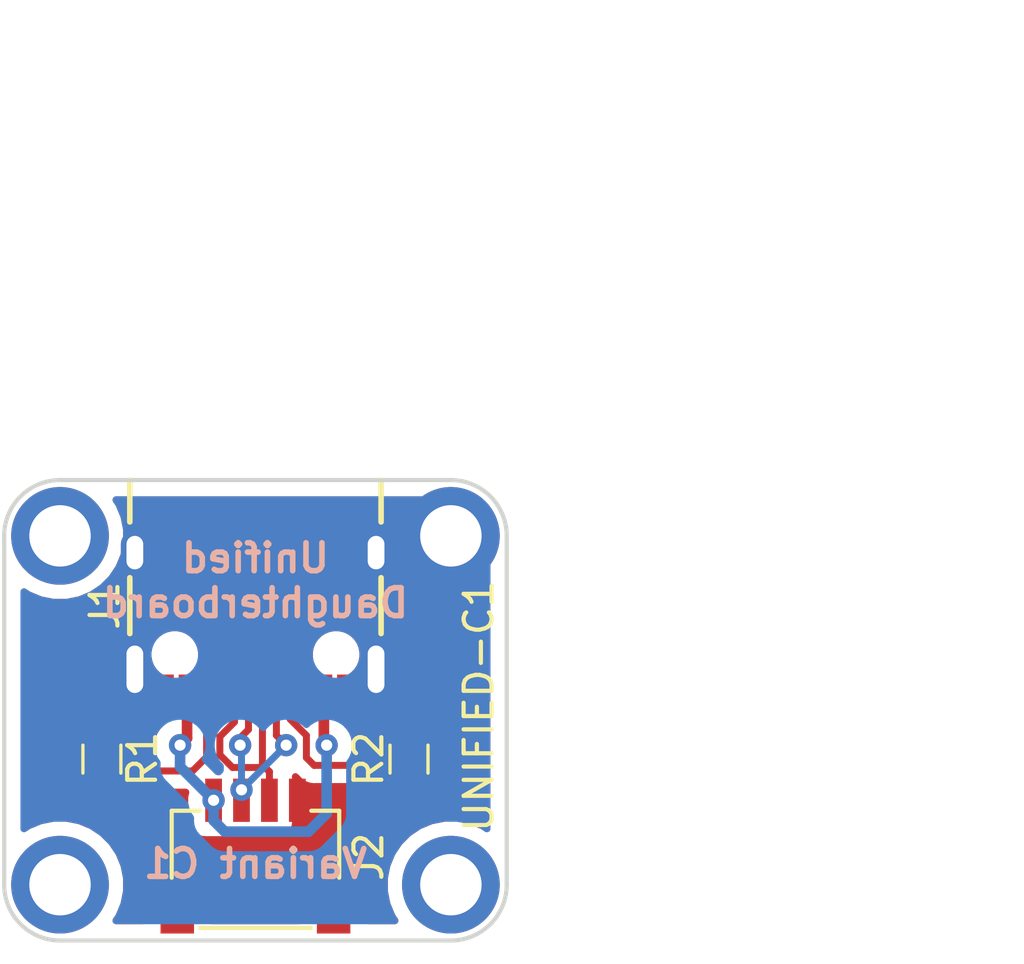
<source format=kicad_pcb>
(kicad_pcb (version 20171130) (host pcbnew "(5.1.10-1-10_14)")

  (general
    (thickness 1.6)
    (drawings 26)
    (tracks 51)
    (zones 0)
    (modules 8)
    (nets 9)
  )

  (page A4)
  (layers
    (0 F.Cu signal)
    (31 B.Cu signal)
    (32 B.Adhes user)
    (33 F.Adhes user)
    (34 B.Paste user)
    (35 F.Paste user)
    (36 B.SilkS user)
    (37 F.SilkS user)
    (38 B.Mask user)
    (39 F.Mask user)
    (40 Dwgs.User user)
    (41 Cmts.User user)
    (42 Eco1.User user)
    (43 Eco2.User user)
    (44 Edge.Cuts user)
    (45 Margin user)
    (46 B.CrtYd user)
    (47 F.CrtYd user)
    (48 B.Fab user)
    (49 F.Fab user hide)
  )

  (setup
    (last_trace_width 0.25)
    (trace_clearance 0.2)
    (zone_clearance 0.508)
    (zone_45_only no)
    (trace_min 0.2)
    (via_size 0.8)
    (via_drill 0.4)
    (via_min_size 0.4)
    (via_min_drill 0.3)
    (uvia_size 0.3)
    (uvia_drill 0.1)
    (uvias_allowed no)
    (uvia_min_size 0.2)
    (uvia_min_drill 0.1)
    (edge_width 0.15)
    (segment_width 0.0001)
    (pcb_text_width 0.3)
    (pcb_text_size 1.5 1.5)
    (mod_edge_width 0.15)
    (mod_text_size 1 1)
    (mod_text_width 0.15)
    (pad_size 3.5 3.5)
    (pad_drill 2.2)
    (pad_to_mask_clearance 0.051)
    (solder_mask_min_width 0.25)
    (aux_axis_origin 0 0)
    (visible_elements 7FFFFFFF)
    (pcbplotparams
      (layerselection 0x010fc_ffffffff)
      (usegerberextensions true)
      (usegerberattributes false)
      (usegerberadvancedattributes false)
      (creategerberjobfile false)
      (excludeedgelayer true)
      (linewidth 0.100000)
      (plotframeref false)
      (viasonmask false)
      (mode 1)
      (useauxorigin false)
      (hpglpennumber 1)
      (hpglpenspeed 20)
      (hpglpendiameter 15.000000)
      (psnegative false)
      (psa4output false)
      (plotreference true)
      (plotvalue true)
      (plotinvisibletext false)
      (padsonsilk false)
      (subtractmaskfromsilk true)
      (outputformat 1)
      (mirror false)
      (drillshape 0)
      (scaleselection 1)
      (outputdirectory "Position"))
  )

  (net 0 "")
  (net 1 D+)
  (net 2 GND)
  (net 3 D-)
  (net 4 VCC)
  (net 5 "Net-(J1-Pad10)")
  (net 6 "Net-(J1-Pad4)")
  (net 7 "Net-(J1-Pad9)")
  (net 8 "Net-(J1-Pad3)")

  (net_class Default "This is the default net class."
    (clearance 0.2)
    (trace_width 0.25)
    (via_dia 0.8)
    (via_drill 0.4)
    (uvia_dia 0.3)
    (uvia_drill 0.1)
    (add_net D+)
    (add_net D-)
    (add_net "Net-(J1-Pad10)")
    (add_net "Net-(J1-Pad3)")
    (add_net "Net-(J1-Pad4)")
    (add_net "Net-(J1-Pad9)")
  )

  (net_class Power ""
    (clearance 0.2)
    (trace_width 0.381)
    (via_dia 0.8)
    (via_drill 0.4)
    (uvia_dia 0.3)
    (uvia_drill 0.1)
    (add_net GND)
    (add_net VCC)
  )

  (module random-keyboard-parts:Generic-Mounthole (layer F.Cu) (tedit 61439018) (tstamp 5C91B6FC)
    (at 32 32)
    (path /5C91EC0E)
    (attr virtual)
    (fp_text reference MH1 (at 0 2) (layer Dwgs.User)
      (effects (font (size 1 1) (thickness 0.15)))
    )
    (fp_text value Mount-M2 (at 0 -2) (layer Dwgs.User) hide
      (effects (font (size 1 1) (thickness 0.15)))
    )
    (pad 1 thru_hole circle (at 0 0) (size 3.5 3.5) (drill 2.2) (layers *.Cu *.Mask))
  )

  (module random-keyboard-parts:Generic-Mounthole (layer F.Cu) (tedit 5C91B17B) (tstamp 5C91B700)
    (at 46 32)
    (path /5C91EC94)
    (attr virtual)
    (fp_text reference MH2 (at 0 2) (layer Dwgs.User)
      (effects (font (size 1 1) (thickness 0.15)))
    )
    (fp_text value Mount-M2 (at 0 -2) (layer Dwgs.User) hide
      (effects (font (size 1 1) (thickness 0.15)))
    )
    (pad 1 thru_hole circle (at 0 0) (size 3.5 3.5) (drill 2.2) (layers *.Cu *.Mask)
      (net 2 GND))
  )

  (module random-keyboard-parts:Generic-Mounthole (layer F.Cu) (tedit 61439022) (tstamp 5C91B704)
    (at 32 44.5)
    (path /5C91ECC0)
    (attr virtual)
    (fp_text reference MH3 (at 0 2) (layer Dwgs.User)
      (effects (font (size 1 1) (thickness 0.15)))
    )
    (fp_text value Mount-M2 (at 0 -2) (layer Dwgs.User) hide
      (effects (font (size 1 1) (thickness 0.15)))
    )
    (pad 1 thru_hole circle (at 0 0) (size 3.5 3.5) (drill 2.2) (layers *.Cu *.Mask))
  )

  (module random-keyboard-parts:Generic-Mounthole (layer F.Cu) (tedit 61439029) (tstamp 5C91B708)
    (at 46 44.5)
    (path /5C91ECE4)
    (attr virtual)
    (fp_text reference MH4 (at 0 2) (layer Dwgs.User)
      (effects (font (size 1 1) (thickness 0.15)))
    )
    (fp_text value Mount-M2 (at 0 -2) (layer Dwgs.User) hide
      (effects (font (size 1 1) (thickness 0.15)))
    )
    (pad 1 thru_hole circle (at 0 0) (size 3.5 3.5) (drill 2.2) (layers *.Cu *.Mask))
  )

  (module random-keyboard-parts:JST-SR-4 (layer F.Cu) (tedit 5C919B1C) (tstamp 5C91C18E)
    (at 39 46.25)
    (path /5C91AFCB)
    (attr smd)
    (fp_text reference J2 (at 4.053 -2.75 270) (layer F.SilkS)
      (effects (font (size 1 1) (thickness 0.15)))
    )
    (fp_text value Conn_01x04 (at 0 1) (layer F.Fab)
      (effects (font (size 1 1) (thickness 0.15)))
    )
    (fp_line (start 3 -0.2) (end -3 -0.2) (layer B.CrtYd) (width 0.15))
    (fp_line (start -3 -0.2) (end -3 -4.4) (layer B.CrtYd) (width 0.15))
    (fp_line (start -3 -4.4) (end 3 -4.4) (layer B.CrtYd) (width 0.15))
    (fp_line (start 3 -4.4) (end 3 -0.2) (layer B.CrtYd) (width 0.15))
    (fp_line (start 2 -4.4) (end 3 -4.4) (layer F.SilkS) (width 0.15))
    (fp_line (start 3 -4.4) (end 3 -2) (layer F.SilkS) (width 0.15))
    (fp_line (start 2 -0.2) (end -2 -0.2) (layer F.SilkS) (width 0.15))
    (fp_line (start -3 -2) (end -3 -4.4) (layer F.SilkS) (width 0.15))
    (fp_line (start -3 -4.4) (end -2 -4.4) (layer F.SilkS) (width 0.15))
    (pad 3 smd rect (at 0.5 -4.775) (size 0.6 1.55) (layers F.Cu F.Paste F.Mask)
      (net 1 D+))
    (pad 4 smd rect (at 1.5 -4.775) (size 0.6 1.55) (layers F.Cu F.Paste F.Mask)
      (net 2 GND))
    (pad 2 smd rect (at -0.5 -4.775) (size 0.6 1.55) (layers F.Cu F.Paste F.Mask)
      (net 3 D-))
    (pad 1 smd rect (at -1.5 -4.775) (size 0.6 1.55) (layers F.Cu F.Paste F.Mask)
      (net 4 VCC))
    (pad "" smd rect (at -2.8 -0.9) (size 1.2 1.8) (layers F.Cu F.Paste F.Mask))
    (pad "" smd rect (at 2.8 -0.9) (size 1.2 1.8) (layers F.Cu F.Paste F.Mask))
    (model ${KIPRJMOD}/random-keyboard-parts.pretty/JST-SR-4.step
      (at (xyz 0 0 0))
      (scale (xyz 1 1 1))
      (rotate (xyz -90 0 0))
    )
  )

  (module Resistors_SMD:R_0603 (layer F.Cu) (tedit 58E0A804) (tstamp 5C91BA59)
    (at 33.5 40 270)
    (descr "Resistor SMD 0603, reflow soldering, Vishay (see dcrcw.pdf)")
    (tags "resistor 0603")
    (path /5C91B042)
    (attr smd)
    (fp_text reference R1 (at 0 -1.45 270) (layer F.SilkS)
      (effects (font (size 1 1) (thickness 0.15)))
    )
    (fp_text value 5.1k (at 0 1.5 270) (layer F.Fab)
      (effects (font (size 1 1) (thickness 0.15)))
    )
    (fp_line (start 1.25 0.7) (end -1.25 0.7) (layer F.CrtYd) (width 0.05))
    (fp_line (start 1.25 0.7) (end 1.25 -0.7) (layer F.CrtYd) (width 0.05))
    (fp_line (start -1.25 -0.7) (end -1.25 0.7) (layer F.CrtYd) (width 0.05))
    (fp_line (start -1.25 -0.7) (end 1.25 -0.7) (layer F.CrtYd) (width 0.05))
    (fp_line (start -0.5 -0.68) (end 0.5 -0.68) (layer F.SilkS) (width 0.12))
    (fp_line (start 0.5 0.68) (end -0.5 0.68) (layer F.SilkS) (width 0.12))
    (fp_line (start -0.8 -0.4) (end 0.8 -0.4) (layer F.Fab) (width 0.1))
    (fp_line (start 0.8 -0.4) (end 0.8 0.4) (layer F.Fab) (width 0.1))
    (fp_line (start 0.8 0.4) (end -0.8 0.4) (layer F.Fab) (width 0.1))
    (fp_line (start -0.8 0.4) (end -0.8 -0.4) (layer F.Fab) (width 0.1))
    (fp_text user %R (at 0 0 270) (layer F.Fab)
      (effects (font (size 0.4 0.4) (thickness 0.075)))
    )
    (pad 2 smd rect (at 0.75 0 270) (size 0.5 0.9) (layers F.Cu F.Paste F.Mask)
      (net 2 GND))
    (pad 1 smd rect (at -0.75 0 270) (size 0.5 0.9) (layers F.Cu F.Paste F.Mask)
      (net 5 "Net-(J1-Pad10)"))
    (model ${KISYS3DMOD}/Resistors_SMD.3dshapes/R_0603.wrl
      (at (xyz 0 0 0))
      (scale (xyz 1 1 1))
      (rotate (xyz 0 0 0))
    )
  )

  (module Resistors_SMD:R_0603 (layer F.Cu) (tedit 58E0A804) (tstamp 5C91B372)
    (at 44.5 40 270)
    (descr "Resistor SMD 0603, reflow soldering, Vishay (see dcrcw.pdf)")
    (tags "resistor 0603")
    (path /5C91B0D9)
    (attr smd)
    (fp_text reference R2 (at 0 1.447 270) (layer F.SilkS)
      (effects (font (size 1 1) (thickness 0.15)))
    )
    (fp_text value 5.1k (at 0 1.5 270) (layer F.Fab)
      (effects (font (size 1 1) (thickness 0.15)))
    )
    (fp_line (start -0.8 0.4) (end -0.8 -0.4) (layer F.Fab) (width 0.1))
    (fp_line (start 0.8 0.4) (end -0.8 0.4) (layer F.Fab) (width 0.1))
    (fp_line (start 0.8 -0.4) (end 0.8 0.4) (layer F.Fab) (width 0.1))
    (fp_line (start -0.8 -0.4) (end 0.8 -0.4) (layer F.Fab) (width 0.1))
    (fp_line (start 0.5 0.68) (end -0.5 0.68) (layer F.SilkS) (width 0.12))
    (fp_line (start -0.5 -0.68) (end 0.5 -0.68) (layer F.SilkS) (width 0.12))
    (fp_line (start -1.25 -0.7) (end 1.25 -0.7) (layer F.CrtYd) (width 0.05))
    (fp_line (start -1.25 -0.7) (end -1.25 0.7) (layer F.CrtYd) (width 0.05))
    (fp_line (start 1.25 0.7) (end 1.25 -0.7) (layer F.CrtYd) (width 0.05))
    (fp_line (start 1.25 0.7) (end -1.25 0.7) (layer F.CrtYd) (width 0.05))
    (fp_text user %R (at 0 0 270) (layer F.Fab)
      (effects (font (size 0.4 0.4) (thickness 0.075)))
    )
    (pad 1 smd rect (at -0.75 0 270) (size 0.5 0.9) (layers F.Cu F.Paste F.Mask)
      (net 6 "Net-(J1-Pad4)"))
    (pad 2 smd rect (at 0.75 0 270) (size 0.5 0.9) (layers F.Cu F.Paste F.Mask)
      (net 2 GND))
    (model ${KISYS3DMOD}/Resistors_SMD.3dshapes/R_0603.wrl
      (at (xyz 0 0 0))
      (scale (xyz 1 1 1))
      (rotate (xyz 0 0 0))
    )
  )

  (module Type-C:HRO-TYPE-C-31-M-12-Assembly (layer F.Cu) (tedit 5C42C666) (tstamp 5C91CAB6)
    (at 39 30 180)
    (path /5C91AF59)
    (attr smd)
    (fp_text reference J1 (at 5.4 -4.5 270) (layer F.SilkS)
      (effects (font (size 1 1) (thickness 0.15)))
    )
    (fp_text value HRO-TYPE-C-31-M-12 (at 0 1.15 180) (layer Dwgs.User) hide
      (effects (font (size 1 1) (thickness 0.15)))
    )
    (fp_line (start -4.47 -7.3) (end 4.47 -7.3) (layer Dwgs.User) (width 0.15))
    (fp_line (start 4.47 0) (end 4.47 -7.3) (layer Dwgs.User) (width 0.15))
    (fp_line (start -4.47 0) (end -4.47 -7.3) (layer Dwgs.User) (width 0.15))
    (fp_line (start -4.47 0) (end 4.47 0) (layer Dwgs.User) (width 0.15))
    (fp_line (start -4.5 -7.5) (end 4.5 -7.5) (layer F.CrtYd) (width 0.15))
    (fp_line (start 4.5 -7.5) (end 4.5 0) (layer F.CrtYd) (width 0.15))
    (fp_line (start 4.5 0) (end -4.5 0) (layer F.CrtYd) (width 0.15))
    (fp_line (start -4.5 0) (end -4.5 -7.5) (layer F.CrtYd) (width 0.15))
    (fp_line (start -3.75 -7.5) (end -3.75 -8.5) (layer F.CrtYd) (width 0.15))
    (fp_line (start -3.75 -8.5) (end 3.75 -8.5) (layer F.CrtYd) (width 0.15))
    (fp_line (start 3.75 -8.5) (end 3.75 -7.5) (layer F.CrtYd) (width 0.15))
    (fp_text user %R (at 0 -9.25 180) (layer F.Fab)
      (effects (font (size 1 1) (thickness 0.15)))
    )
    (pad 13 thru_hole oval (at 4.32 -2.6 180) (size 1 1.6) (drill oval 0.6 1.2) (layers *.Cu *.Mask)
      (net 2 GND))
    (pad 13 thru_hole oval (at -4.32 -2.6 180) (size 1 1.6) (drill oval 0.6 1.2) (layers *.Cu *.Mask)
      (net 2 GND))
    (pad 13 thru_hole oval (at 4.32 -6.78 180) (size 1 2.1) (drill oval 0.6 1.7) (layers *.Cu *.Mask)
      (net 2 GND))
    (pad 13 thru_hole oval (at -4.32 -6.78 180) (size 1 2.1) (drill oval 0.6 1.7) (layers *.Cu *.Mask)
      (net 2 GND))
    (pad "" np_thru_hole circle (at -2.89 -6.25 180) (size 0.65 0.65) (drill 0.65) (layers *.Cu *.Mask))
    (pad "" np_thru_hole circle (at 2.89 -6.25 180) (size 0.65 0.65) (drill 0.65) (layers *.Cu *.Mask))
    (pad 6 smd rect (at -0.25 -7.695 180) (size 0.3 1.45) (layers F.Cu F.Paste F.Mask)
      (net 1 D+))
    (pad 7 smd rect (at 0.25 -7.695 180) (size 0.3 1.45) (layers F.Cu F.Paste F.Mask)
      (net 3 D-))
    (pad 8 smd rect (at 0.75 -7.695 180) (size 0.3 1.45) (layers F.Cu F.Paste F.Mask)
      (net 1 D+))
    (pad 5 smd rect (at -0.75 -7.695 180) (size 0.3 1.45) (layers F.Cu F.Paste F.Mask)
      (net 3 D-))
    (pad 9 smd rect (at 1.25 -7.695 180) (size 0.3 1.45) (layers F.Cu F.Paste F.Mask)
      (net 7 "Net-(J1-Pad9)"))
    (pad 4 smd rect (at -1.25 -7.695 180) (size 0.3 1.45) (layers F.Cu F.Paste F.Mask)
      (net 6 "Net-(J1-Pad4)"))
    (pad 10 smd rect (at 1.75 -7.695 180) (size 0.3 1.45) (layers F.Cu F.Paste F.Mask)
      (net 5 "Net-(J1-Pad10)"))
    (pad 3 smd rect (at -1.75 -7.695 180) (size 0.3 1.45) (layers F.Cu F.Paste F.Mask)
      (net 8 "Net-(J1-Pad3)"))
    (pad 2 smd rect (at -2.45 -7.695 180) (size 0.6 1.45) (layers F.Cu F.Paste F.Mask)
      (net 4 VCC))
    (pad 11 smd rect (at 2.45 -7.695 180) (size 0.6 1.45) (layers F.Cu F.Paste F.Mask)
      (net 4 VCC))
    (pad 1 smd rect (at -3.225 -7.695 180) (size 0.6 1.45) (layers F.Cu F.Paste F.Mask)
      (net 2 GND))
    (pad 12 smd rect (at 3.225 -7.695 180) (size 0.6 1.45) (layers F.Cu F.Paste F.Mask)
      (net 2 GND))
    (model "C:/Users/Ryota/Documents/GitHub/Type-C.pretty/HRO  TYPE-C-31-M-12.step"
      (offset (xyz -4.47 0 0))
      (scale (xyz 1 1 1))
      (rotate (xyz 90 180 180))
    )
  )

  (gr_text "Unified\nDaughterboard" (at 39 33.6) (layer B.SilkS)
    (effects (font (size 1 1) (thickness 0.2)) (justify mirror))
  )
  (gr_line (start 41 40.5) (end 41 42) (layer F.CrtYd) (width 0.05))
  (gr_line (start 37 40.5) (end 41 40.5) (layer F.CrtYd) (width 0.05))
  (gr_line (start 37 42) (end 37 40.5) (layer F.CrtYd) (width 0.05))
  (gr_line (start 36 46) (end 36 42) (layer F.CrtYd) (width 0.05) (tstamp 5D66894A))
  (gr_line (start 42 46) (end 36 46) (layer F.CrtYd) (width 0.05))
  (gr_line (start 42 42) (end 42 46) (layer F.CrtYd) (width 0.05))
  (gr_line (start 36 42) (end 42 42) (layer F.CrtYd) (width 0.05))
  (gr_text "Variant C1" (at 39 43.75) (layer B.SilkS)
    (effects (font (size 1 1) (thickness 0.2)) (justify mirror))
  )
  (gr_text UNIFIED-C1 (at 47 38.1 90) (layer F.SilkS) (tstamp 5C91CD6D)
    (effects (font (size 1 1) (thickness 0.15)))
  )
  (gr_line (start 43.5 33.5) (end 43.5 35.5) (layer F.SilkS) (width 0.2))
  (gr_line (start 43.5 30) (end 43.5 31.5) (layer F.SilkS) (width 0.2))
  (gr_line (start 34.5 33.5) (end 34.5 35.5) (layer F.SilkS) (width 0.2))
  (gr_line (start 34.5 30) (end 34.5 31.5) (layer F.SilkS) (width 0.2))
  (dimension 14 (width 0.3) (layer Dwgs.User)
    (gr_text "14.000 mm" (at 39 20.400001) (layer Dwgs.User)
      (effects (font (size 1.5 1.5) (thickness 0.3)))
    )
    (feature1 (pts (xy 32 30) (xy 32 21.91358)))
    (feature2 (pts (xy 46 30) (xy 46 21.91358)))
    (crossbar (pts (xy 46 22.500001) (xy 32 22.500001)))
    (arrow1a (pts (xy 32 22.500001) (xy 33.126504 21.91358)))
    (arrow1b (pts (xy 32 22.500001) (xy 33.126504 23.086422)))
    (arrow2a (pts (xy 46 22.500001) (xy 44.873496 21.91358)))
    (arrow2b (pts (xy 46 22.500001) (xy 44.873496 23.086422)))
  )
  (dimension 12.5 (width 0.3) (layer Dwgs.User)
    (gr_text "12.500 mm" (at 60.6 38.25 270) (layer Dwgs.User)
      (effects (font (size 1.5 1.5) (thickness 0.3)))
    )
    (feature1 (pts (xy 48 44.5) (xy 59.086421 44.5)))
    (feature2 (pts (xy 48 32) (xy 59.086421 32)))
    (crossbar (pts (xy 58.5 32) (xy 58.5 44.5)))
    (arrow1a (pts (xy 58.5 44.5) (xy 57.913579 43.373496)))
    (arrow1b (pts (xy 58.5 44.5) (xy 59.086421 43.373496)))
    (arrow2a (pts (xy 58.5 32) (xy 57.913579 33.126504)))
    (arrow2b (pts (xy 58.5 32) (xy 59.086421 33.126504)))
  )
  (gr_arc (start 46 44.5) (end 46 46.5) (angle -90) (layer Edge.Cuts) (width 0.15))
  (gr_arc (start 32 44.5) (end 30 44.5) (angle -90) (layer Edge.Cuts) (width 0.15))
  (gr_line (start 30 44.5) (end 30 32) (layer Edge.Cuts) (width 0.15))
  (gr_line (start 46 46.5) (end 32 46.5) (layer Edge.Cuts) (width 0.15))
  (gr_line (start 48 32) (end 48 44.5) (layer Edge.Cuts) (width 0.15))
  (gr_line (start 32 30) (end 46 30) (layer Edge.Cuts) (width 0.15))
  (gr_arc (start 32 32) (end 32 30) (angle -90) (layer Edge.Cuts) (width 0.15))
  (gr_arc (start 46 32) (end 48 32) (angle -90) (layer Edge.Cuts) (width 0.15))
  (dimension 16.5 (width 0.3) (layer Dwgs.User)
    (gr_text "16.500 mm" (at 64.6 38.25 270) (layer Dwgs.User)
      (effects (font (size 1.5 1.5) (thickness 0.3)))
    )
    (feature1 (pts (xy 48 46.5) (xy 63.086421 46.5)))
    (feature2 (pts (xy 48 30) (xy 63.086421 30)))
    (crossbar (pts (xy 62.5 30) (xy 62.5 46.5)))
    (arrow1a (pts (xy 62.5 46.5) (xy 61.913579 45.373496)))
    (arrow1b (pts (xy 62.5 46.5) (xy 63.086421 45.373496)))
    (arrow2a (pts (xy 62.5 30) (xy 61.913579 31.126504)))
    (arrow2b (pts (xy 62.5 30) (xy 63.086421 31.126504)))
  )
  (dimension 18 (width 0.3) (layer Dwgs.User)
    (gr_text "18.000 mm" (at 39 13.9) (layer Dwgs.User)
      (effects (font (size 1.5 1.5) (thickness 0.3)))
    )
    (feature1 (pts (xy 48 30) (xy 48 15.413579)))
    (feature2 (pts (xy 30 30) (xy 30 15.413579)))
    (crossbar (pts (xy 30 16) (xy 48 16)))
    (arrow1a (pts (xy 48 16) (xy 46.873496 16.586421)))
    (arrow1b (pts (xy 48 16) (xy 46.873496 15.413579)))
    (arrow2a (pts (xy 30 16) (xy 31.126504 16.586421)))
    (arrow2b (pts (xy 30 16) (xy 31.126504 15.413579)))
  )

  (segment (start 39.5 40.45) (end 39.5 41.475) (width 0.25) (layer F.Cu) (net 1))
  (segment (start 37.724988 39.195012) (end 37.724988 39.847696) (width 0.25) (layer F.Cu) (net 1))
  (segment (start 37.724988 39.847696) (end 38.177292 40.3) (width 0.25) (layer F.Cu) (net 1))
  (segment (start 38.25 37.695) (end 38.25 38.67) (width 0.25) (layer F.Cu) (net 1))
  (segment (start 38.177292 40.3) (end 39.35 40.3) (width 0.25) (layer F.Cu) (net 1))
  (segment (start 38.25 38.67) (end 37.724988 39.195012) (width 0.25) (layer F.Cu) (net 1))
  (segment (start 39.35 40.3) (end 39.5 40.45) (width 0.25) (layer F.Cu) (net 1))
  (segment (start 39.25 40.2) (end 39.5 40.45) (width 0.25) (layer F.Cu) (net 1))
  (segment (start 39.25 37.695) (end 39.25 40.2) (width 0.25) (layer F.Cu) (net 1))
  (segment (start 35.595 37.695) (end 34.68 36.78) (width 0.381) (layer F.Cu) (net 2))
  (segment (start 35.775 37.695) (end 35.595 37.695) (width 0.381) (layer F.Cu) (net 2))
  (segment (start 42.405 37.695) (end 43.32 36.78) (width 0.381) (layer F.Cu) (net 2))
  (segment (start 42.225 37.695) (end 42.405 37.695) (width 0.381) (layer F.Cu) (net 2))
  (segment (start 38.5 41.475) (end 38.5 41.1) (width 0.25) (layer F.Cu) (net 3))
  (via (at 38.5 41.1) (size 0.8) (drill 0.4) (layers F.Cu B.Cu) (net 3))
  (segment (start 38.5 41.1) (end 38.5 39.549706) (width 0.25) (layer B.Cu) (net 3))
  (segment (start 38.5 39.549706) (end 38.449989 39.499695) (width 0.25) (layer B.Cu) (net 3))
  (segment (start 38.75 38.940587) (end 38.449989 39.240598) (width 0.25) (layer F.Cu) (net 3))
  (segment (start 38.75 37.695) (end 38.75 38.940587) (width 0.25) (layer F.Cu) (net 3))
  (segment (start 38.449989 39.240598) (end 38.449989 39.499695) (width 0.25) (layer F.Cu) (net 3))
  (via (at 38.449989 39.499695) (size 0.8) (drill 0.4) (layers F.Cu B.Cu) (net 3))
  (segment (start 39.75 39.150004) (end 40.1 39.500004) (width 0.25) (layer F.Cu) (net 3))
  (via (at 40.1 39.500004) (size 0.8) (drill 0.4) (layers F.Cu B.Cu) (net 3))
  (segment (start 38.5 41.1) (end 40.099996 39.500004) (width 0.25) (layer B.Cu) (net 3))
  (segment (start 39.75 37.695) (end 39.75 39.150004) (width 0.25) (layer F.Cu) (net 3))
  (segment (start 40.099996 39.500004) (end 40.1 39.500004) (width 0.25) (layer B.Cu) (net 3))
  (segment (start 37.5 41.475) (end 37.500012 41.475) (width 0.381) (layer F.Cu) (net 4))
  (via (at 37.500012 41.475) (size 0.8) (drill 0.4) (layers F.Cu B.Cu) (net 4))
  (segment (start 41.45 37.695) (end 41.45 39.399985) (width 0.381) (layer F.Cu) (net 4))
  (via (at 41.550011 39.499996) (size 0.8) (drill 0.4) (layers F.Cu B.Cu) (net 4))
  (segment (start 41.45 39.399985) (end 41.550011 39.499996) (width 0.381) (layer F.Cu) (net 4))
  (segment (start 36.299998 40.274986) (end 36.299998 39.5) (width 0.381) (layer B.Cu) (net 4))
  (via (at 36.299998 39.5) (size 0.8) (drill 0.4) (layers F.Cu B.Cu) (net 4))
  (segment (start 36.55 37.695) (end 36.55 39.249998) (width 0.381) (layer F.Cu) (net 4))
  (segment (start 36.55 39.249998) (end 36.299998 39.5) (width 0.381) (layer F.Cu) (net 4))
  (segment (start 37.500012 41.475) (end 36.299998 40.274986) (width 0.381) (layer B.Cu) (net 4))
  (segment (start 41.550011 41.949989) (end 41.550011 39.499996) (width 0.381) (layer B.Cu) (net 4))
  (segment (start 37.9 42.6) (end 40.9 42.6) (width 0.381) (layer B.Cu) (net 4))
  (segment (start 37.500012 42.200012) (end 37.9 42.6) (width 0.381) (layer B.Cu) (net 4))
  (segment (start 40.9 42.6) (end 41.550011 41.949989) (width 0.381) (layer B.Cu) (net 4))
  (segment (start 37.500012 41.475) (end 37.500012 42.200012) (width 0.381) (layer B.Cu) (net 4))
  (segment (start 37.25 39.923004) (end 37.25 37.695) (width 0.25) (layer F.Cu) (net 5))
  (segment (start 34.675002 40.425002) (end 36.748002 40.425002) (width 0.25) (layer F.Cu) (net 5))
  (segment (start 36.748002 40.425002) (end 37.25 39.923004) (width 0.25) (layer F.Cu) (net 5))
  (segment (start 33.5 39.25) (end 34.675002 40.425002) (width 0.25) (layer F.Cu) (net 5))
  (segment (start 40.825001 39.948001) (end 40.825001 39.152003) (width 0.25) (layer F.Cu) (net 6))
  (segment (start 44.5 39.25) (end 43.524994 40.225006) (width 0.25) (layer F.Cu) (net 6))
  (segment (start 40.825001 39.152003) (end 40.25 38.577002) (width 0.25) (layer F.Cu) (net 6))
  (segment (start 41.102006 40.225006) (end 40.825001 39.948001) (width 0.25) (layer F.Cu) (net 6))
  (segment (start 43.524994 40.225006) (end 41.102006 40.225006) (width 0.25) (layer F.Cu) (net 6))
  (segment (start 40.25 38.577002) (end 40.25 37.695) (width 0.25) (layer F.Cu) (net 6))

  (zone (net 2) (net_name GND) (layer F.Cu) (tstamp 5C91C208) (hatch edge 0.508)
    (connect_pads yes (clearance 0.508))
    (min_thickness 0.254)
    (fill yes (arc_segments 32) (thermal_gap 0.508) (thermal_bridge_width 0.508))
    (polygon
      (pts
        (xy 30 29.9) (xy 30 46.45) (xy 48 46.55) (xy 48 30)
      )
    )
    (filled_polygon
      (pts
        (xy 46.249899 30.737907) (xy 46.490285 30.810484) (xy 46.711991 30.928368) (xy 46.906577 31.087068) (xy 47.066635 31.280545)
        (xy 47.186064 31.501424) (xy 47.260317 31.741297) (xy 47.29 32.023716) (xy 47.290001 42.493536) (xy 47.129721 42.38644)
        (xy 46.695679 42.206654) (xy 46.234902 42.115) (xy 45.765098 42.115) (xy 45.304321 42.206654) (xy 44.870279 42.38644)
        (xy 44.479651 42.64745) (xy 44.14745 42.979651) (xy 43.88644 43.370279) (xy 43.706654 43.804321) (xy 43.615 44.265098)
        (xy 43.615 44.734902) (xy 43.706654 45.195679) (xy 43.88644 45.629721) (xy 43.993535 45.79) (xy 43.038072 45.79)
        (xy 43.038072 44.45) (xy 43.025812 44.325518) (xy 42.989502 44.20582) (xy 42.930537 44.095506) (xy 42.851185 43.998815)
        (xy 42.754494 43.919463) (xy 42.64418 43.860498) (xy 42.524482 43.824188) (xy 42.4 43.811928) (xy 41.2 43.811928)
        (xy 41.075518 43.824188) (xy 40.95582 43.860498) (xy 40.845506 43.919463) (xy 40.748815 43.998815) (xy 40.669463 44.095506)
        (xy 40.610498 44.20582) (xy 40.574188 44.325518) (xy 40.561928 44.45) (xy 40.561928 45.79) (xy 37.438072 45.79)
        (xy 37.438072 44.45) (xy 37.425812 44.325518) (xy 37.389502 44.20582) (xy 37.330537 44.095506) (xy 37.251185 43.998815)
        (xy 37.154494 43.919463) (xy 37.04418 43.860498) (xy 36.924482 43.824188) (xy 36.8 43.811928) (xy 35.6 43.811928)
        (xy 35.475518 43.824188) (xy 35.35582 43.860498) (xy 35.245506 43.919463) (xy 35.148815 43.998815) (xy 35.069463 44.095506)
        (xy 35.010498 44.20582) (xy 34.974188 44.325518) (xy 34.961928 44.45) (xy 34.961928 45.79) (xy 34.006465 45.79)
        (xy 34.11356 45.629721) (xy 34.293346 45.195679) (xy 34.385 44.734902) (xy 34.385 44.265098) (xy 34.293346 43.804321)
        (xy 34.11356 43.370279) (xy 33.85255 42.979651) (xy 33.520349 42.64745) (xy 33.129721 42.38644) (xy 32.695679 42.206654)
        (xy 32.234902 42.115) (xy 31.765098 42.115) (xy 31.304321 42.206654) (xy 30.870279 42.38644) (xy 30.71 42.493535)
        (xy 30.71 39) (xy 32.411928 39) (xy 32.411928 39.5) (xy 32.424188 39.624482) (xy 32.460498 39.74418)
        (xy 32.519463 39.854494) (xy 32.598815 39.951185) (xy 32.695506 40.030537) (xy 32.80582 40.089502) (xy 32.925518 40.125812)
        (xy 33.05 40.138072) (xy 33.313271 40.138072) (xy 34.111203 40.936005) (xy 34.135001 40.965003) (xy 34.250726 41.059976)
        (xy 34.382755 41.130548) (xy 34.526016 41.174005) (xy 34.637669 41.185002) (xy 34.637677 41.185002) (xy 34.675002 41.188678)
        (xy 34.712327 41.185002) (xy 36.502419 41.185002) (xy 36.465012 41.373061) (xy 36.465012 41.576939) (xy 36.504786 41.776898)
        (xy 36.561928 41.91485) (xy 36.561928 42.25) (xy 36.574188 42.374482) (xy 36.610498 42.49418) (xy 36.669463 42.604494)
        (xy 36.748815 42.701185) (xy 36.845506 42.780537) (xy 36.95582 42.839502) (xy 37.075518 42.875812) (xy 37.2 42.888072)
        (xy 37.8 42.888072) (xy 37.924482 42.875812) (xy 38 42.852904) (xy 38.075518 42.875812) (xy 38.2 42.888072)
        (xy 38.8 42.888072) (xy 38.924482 42.875812) (xy 39 42.852904) (xy 39.075518 42.875812) (xy 39.2 42.888072)
        (xy 39.8 42.888072) (xy 39.924482 42.875812) (xy 40.04418 42.839502) (xy 40.154494 42.780537) (xy 40.251185 42.701185)
        (xy 40.330537 42.604494) (xy 40.389502 42.49418) (xy 40.425812 42.374482) (xy 40.438072 42.25) (xy 40.438072 40.7)
        (xy 40.431066 40.628867) (xy 40.538202 40.736003) (xy 40.562005 40.765007) (xy 40.67773 40.85998) (xy 40.809759 40.930552)
        (xy 40.95302 40.974009) (xy 41.064673 40.985006) (xy 41.064682 40.985006) (xy 41.102005 40.988682) (xy 41.139328 40.985006)
        (xy 43.487672 40.985006) (xy 43.524994 40.988682) (xy 43.562316 40.985006) (xy 43.562327 40.985006) (xy 43.67398 40.974009)
        (xy 43.817241 40.930552) (xy 43.94927 40.85998) (xy 44.064995 40.765007) (xy 44.088798 40.736004) (xy 44.68673 40.138072)
        (xy 44.95 40.138072) (xy 45.074482 40.125812) (xy 45.19418 40.089502) (xy 45.304494 40.030537) (xy 45.401185 39.951185)
        (xy 45.480537 39.854494) (xy 45.539502 39.74418) (xy 45.575812 39.624482) (xy 45.588072 39.5) (xy 45.588072 39)
        (xy 45.575812 38.875518) (xy 45.539502 38.75582) (xy 45.480537 38.645506) (xy 45.401185 38.548815) (xy 45.304494 38.469463)
        (xy 45.19418 38.410498) (xy 45.074482 38.374188) (xy 44.95 38.361928) (xy 44.05 38.361928) (xy 43.925518 38.374188)
        (xy 43.80582 38.410498) (xy 43.695506 38.469463) (xy 43.598815 38.548815) (xy 43.519463 38.645506) (xy 43.460498 38.75582)
        (xy 43.424188 38.875518) (xy 43.411928 39) (xy 43.411928 39.263271) (xy 43.210193 39.465006) (xy 42.585011 39.465006)
        (xy 42.585011 39.398057) (xy 42.545237 39.198098) (xy 42.467216 39.00974) (xy 42.353948 38.840222) (xy 42.283213 38.769487)
        (xy 42.339502 38.66418) (xy 42.375812 38.544482) (xy 42.388072 38.42) (xy 42.388072 37.071781) (xy 42.501964 36.995681)
        (xy 42.635681 36.861964) (xy 42.740741 36.704731) (xy 42.813108 36.530022) (xy 42.85 36.344552) (xy 42.85 36.155448)
        (xy 42.813108 35.969978) (xy 42.740741 35.795269) (xy 42.635681 35.638036) (xy 42.501964 35.504319) (xy 42.344731 35.399259)
        (xy 42.170022 35.326892) (xy 41.984552 35.29) (xy 41.795448 35.29) (xy 41.609978 35.326892) (xy 41.435269 35.399259)
        (xy 41.278036 35.504319) (xy 41.144319 35.638036) (xy 41.039259 35.795269) (xy 40.966892 35.969978) (xy 40.93 36.155448)
        (xy 40.93 36.334883) (xy 40.9 36.331928) (xy 40.6 36.331928) (xy 40.5 36.341777) (xy 40.4 36.331928)
        (xy 40.1 36.331928) (xy 40 36.341777) (xy 39.9 36.331928) (xy 39.6 36.331928) (xy 39.5 36.341777)
        (xy 39.4 36.331928) (xy 39.1 36.331928) (xy 39 36.341777) (xy 38.9 36.331928) (xy 38.6 36.331928)
        (xy 38.5 36.341777) (xy 38.4 36.331928) (xy 38.1 36.331928) (xy 38 36.341777) (xy 37.9 36.331928)
        (xy 37.6 36.331928) (xy 37.5 36.341777) (xy 37.4 36.331928) (xy 37.1 36.331928) (xy 37.07 36.334883)
        (xy 37.07 36.155448) (xy 37.033108 35.969978) (xy 36.960741 35.795269) (xy 36.855681 35.638036) (xy 36.721964 35.504319)
        (xy 36.564731 35.399259) (xy 36.390022 35.326892) (xy 36.204552 35.29) (xy 36.015448 35.29) (xy 35.829978 35.326892)
        (xy 35.655269 35.399259) (xy 35.498036 35.504319) (xy 35.364319 35.638036) (xy 35.259259 35.795269) (xy 35.186892 35.969978)
        (xy 35.15 36.155448) (xy 35.15 36.344552) (xy 35.186892 36.530022) (xy 35.259259 36.704731) (xy 35.364319 36.861964)
        (xy 35.498036 36.995681) (xy 35.611928 37.071781) (xy 35.611928 38.42) (xy 35.624188 38.544482) (xy 35.660498 38.66418)
        (xy 35.66772 38.677691) (xy 35.640224 38.696063) (xy 35.496061 38.840226) (xy 35.382793 39.009744) (xy 35.304772 39.198102)
        (xy 35.264998 39.398061) (xy 35.264998 39.601939) (xy 35.277542 39.665002) (xy 34.989804 39.665002) (xy 34.588072 39.263271)
        (xy 34.588072 39) (xy 34.575812 38.875518) (xy 34.539502 38.75582) (xy 34.480537 38.645506) (xy 34.401185 38.548815)
        (xy 34.304494 38.469463) (xy 34.19418 38.410498) (xy 34.074482 38.374188) (xy 33.95 38.361928) (xy 33.05 38.361928)
        (xy 32.925518 38.374188) (xy 32.80582 38.410498) (xy 32.695506 38.469463) (xy 32.598815 38.548815) (xy 32.519463 38.645506)
        (xy 32.460498 38.75582) (xy 32.424188 38.875518) (xy 32.411928 39) (xy 30.71 39) (xy 30.71 34.006465)
        (xy 30.870279 34.11356) (xy 31.304321 34.293346) (xy 31.765098 34.385) (xy 32.234902 34.385) (xy 32.695679 34.293346)
        (xy 33.129721 34.11356) (xy 33.520349 33.85255) (xy 33.85255 33.520349) (xy 34.11356 33.129721) (xy 34.293346 32.695679)
        (xy 34.385 32.234902) (xy 34.385 31.765098) (xy 34.293346 31.304321) (xy 34.11356 30.870279) (xy 34.006465 30.71)
        (xy 45.965279 30.71)
      )
    )
  )
  (zone (net 2) (net_name GND) (layer B.Cu) (tstamp 0) (hatch edge 0.508)
    (connect_pads yes (clearance 0.508))
    (min_thickness 0.254)
    (fill yes (arc_segments 32) (thermal_gap 0.508) (thermal_bridge_width 0.508))
    (polygon
      (pts
        (xy 48 46.5) (xy 30 46.5) (xy 30 30) (xy 48 30)
      )
    )
    (filled_polygon
      (pts
        (xy 46.249899 30.737907) (xy 46.490285 30.810484) (xy 46.711991 30.928368) (xy 46.906577 31.087068) (xy 47.066635 31.280545)
        (xy 47.186064 31.501424) (xy 47.260317 31.741297) (xy 47.29 32.023716) (xy 47.290001 42.493536) (xy 47.129721 42.38644)
        (xy 46.695679 42.206654) (xy 46.234902 42.115) (xy 45.765098 42.115) (xy 45.304321 42.206654) (xy 44.870279 42.38644)
        (xy 44.479651 42.64745) (xy 44.14745 42.979651) (xy 43.88644 43.370279) (xy 43.706654 43.804321) (xy 43.615 44.265098)
        (xy 43.615 44.734902) (xy 43.706654 45.195679) (xy 43.88644 45.629721) (xy 43.993535 45.79) (xy 34.006465 45.79)
        (xy 34.11356 45.629721) (xy 34.293346 45.195679) (xy 34.385 44.734902) (xy 34.385 44.265098) (xy 34.293346 43.804321)
        (xy 34.11356 43.370279) (xy 33.85255 42.979651) (xy 33.520349 42.64745) (xy 33.129721 42.38644) (xy 32.695679 42.206654)
        (xy 32.234902 42.115) (xy 31.765098 42.115) (xy 31.304321 42.206654) (xy 30.870279 42.38644) (xy 30.71 42.493535)
        (xy 30.71 39.398061) (xy 35.264998 39.398061) (xy 35.264998 39.601939) (xy 35.304772 39.801898) (xy 35.382793 39.990256)
        (xy 35.474498 40.127503) (xy 35.474498 40.234436) (xy 35.470504 40.274986) (xy 35.474498 40.315536) (xy 35.474498 40.315538)
        (xy 35.486442 40.436811) (xy 35.523142 40.557795) (xy 35.533645 40.592419) (xy 35.610299 40.735828) (xy 35.644212 40.777151)
        (xy 35.713457 40.861527) (xy 35.744964 40.887384) (xy 36.472584 41.615004) (xy 36.504786 41.776898) (xy 36.582807 41.965256)
        (xy 36.674512 42.102503) (xy 36.674512 42.159462) (xy 36.670518 42.200012) (xy 36.674512 42.240562) (xy 36.674512 42.240565)
        (xy 36.686456 42.361838) (xy 36.709613 42.438174) (xy 36.733659 42.517445) (xy 36.810313 42.660854) (xy 36.871875 42.735866)
        (xy 36.913472 42.786553) (xy 36.944973 42.812405) (xy 37.287602 43.155034) (xy 37.313459 43.186541) (xy 37.439158 43.289699)
        (xy 37.582566 43.366353) (xy 37.738174 43.413556) (xy 37.859447 43.4255) (xy 37.859456 43.4255) (xy 37.899999 43.429493)
        (xy 37.940542 43.4255) (xy 40.85945 43.4255) (xy 40.9 43.429494) (xy 40.94055 43.4255) (xy 40.940553 43.4255)
        (xy 41.061826 43.413556) (xy 41.217434 43.366353) (xy 41.360842 43.289699) (xy 41.486541 43.186541) (xy 41.512398 43.155034)
        (xy 42.105051 42.562382) (xy 42.136552 42.53653) (xy 42.23971 42.410831) (xy 42.316364 42.267423) (xy 42.363567 42.111815)
        (xy 42.375511 41.990542) (xy 42.375511 41.990533) (xy 42.379504 41.94999) (xy 42.375511 41.909447) (xy 42.375511 40.127499)
        (xy 42.467216 39.990252) (xy 42.545237 39.801894) (xy 42.585011 39.601935) (xy 42.585011 39.398057) (xy 42.545237 39.198098)
        (xy 42.467216 39.00974) (xy 42.353948 38.840222) (xy 42.209785 38.696059) (xy 42.040267 38.582791) (xy 41.851909 38.50477)
        (xy 41.65195 38.464996) (xy 41.448072 38.464996) (xy 41.248113 38.50477) (xy 41.059755 38.582791) (xy 40.890237 38.696059)
        (xy 40.825002 38.761295) (xy 40.759774 38.696067) (xy 40.590256 38.582799) (xy 40.401898 38.504778) (xy 40.201939 38.465004)
        (xy 39.998061 38.465004) (xy 39.798102 38.504778) (xy 39.609744 38.582799) (xy 39.440226 38.696067) (xy 39.296063 38.84023)
        (xy 39.275098 38.871607) (xy 39.253926 38.839921) (xy 39.109763 38.695758) (xy 38.940245 38.58249) (xy 38.751887 38.504469)
        (xy 38.551928 38.464695) (xy 38.34805 38.464695) (xy 38.148091 38.504469) (xy 37.959733 38.58249) (xy 37.790215 38.695758)
        (xy 37.646052 38.839921) (xy 37.532784 39.009439) (xy 37.454763 39.197797) (xy 37.414989 39.397756) (xy 37.414989 39.601634)
        (xy 37.454763 39.801593) (xy 37.532784 39.989951) (xy 37.646052 40.159469) (xy 37.740001 40.253418) (xy 37.74 40.396289)
        (xy 37.696063 40.440226) (xy 37.685155 40.45655) (xy 37.640016 40.447572) (xy 37.203383 40.010939) (xy 37.217203 39.990256)
        (xy 37.295224 39.801898) (xy 37.334998 39.601939) (xy 37.334998 39.398061) (xy 37.295224 39.198102) (xy 37.217203 39.009744)
        (xy 37.103935 38.840226) (xy 36.959772 38.696063) (xy 36.790254 38.582795) (xy 36.601896 38.504774) (xy 36.401937 38.465)
        (xy 36.198059 38.465) (xy 35.9981 38.504774) (xy 35.809742 38.582795) (xy 35.640224 38.696063) (xy 35.496061 38.840226)
        (xy 35.382793 39.009744) (xy 35.304772 39.198102) (xy 35.264998 39.398061) (xy 30.71 39.398061) (xy 30.71 36.155448)
        (xy 35.15 36.155448) (xy 35.15 36.344552) (xy 35.186892 36.530022) (xy 35.259259 36.704731) (xy 35.364319 36.861964)
        (xy 35.498036 36.995681) (xy 35.655269 37.100741) (xy 35.829978 37.173108) (xy 36.015448 37.21) (xy 36.204552 37.21)
        (xy 36.390022 37.173108) (xy 36.564731 37.100741) (xy 36.721964 36.995681) (xy 36.855681 36.861964) (xy 36.960741 36.704731)
        (xy 37.033108 36.530022) (xy 37.07 36.344552) (xy 37.07 36.155448) (xy 40.93 36.155448) (xy 40.93 36.344552)
        (xy 40.966892 36.530022) (xy 41.039259 36.704731) (xy 41.144319 36.861964) (xy 41.278036 36.995681) (xy 41.435269 37.100741)
        (xy 41.609978 37.173108) (xy 41.795448 37.21) (xy 41.984552 37.21) (xy 42.170022 37.173108) (xy 42.344731 37.100741)
        (xy 42.501964 36.995681) (xy 42.635681 36.861964) (xy 42.740741 36.704731) (xy 42.813108 36.530022) (xy 42.85 36.344552)
        (xy 42.85 36.155448) (xy 42.813108 35.969978) (xy 42.740741 35.795269) (xy 42.635681 35.638036) (xy 42.501964 35.504319)
        (xy 42.344731 35.399259) (xy 42.170022 35.326892) (xy 41.984552 35.29) (xy 41.795448 35.29) (xy 41.609978 35.326892)
        (xy 41.435269 35.399259) (xy 41.278036 35.504319) (xy 41.144319 35.638036) (xy 41.039259 35.795269) (xy 40.966892 35.969978)
        (xy 40.93 36.155448) (xy 37.07 36.155448) (xy 37.033108 35.969978) (xy 36.960741 35.795269) (xy 36.855681 35.638036)
        (xy 36.721964 35.504319) (xy 36.564731 35.399259) (xy 36.390022 35.326892) (xy 36.204552 35.29) (xy 36.015448 35.29)
        (xy 35.829978 35.326892) (xy 35.655269 35.399259) (xy 35.498036 35.504319) (xy 35.364319 35.638036) (xy 35.259259 35.795269)
        (xy 35.186892 35.969978) (xy 35.15 36.155448) (xy 30.71 36.155448) (xy 30.71 34.006465) (xy 30.870279 34.11356)
        (xy 31.304321 34.293346) (xy 31.765098 34.385) (xy 32.234902 34.385) (xy 32.695679 34.293346) (xy 33.129721 34.11356)
        (xy 33.520349 33.85255) (xy 33.85255 33.520349) (xy 34.11356 33.129721) (xy 34.293346 32.695679) (xy 34.385 32.234902)
        (xy 34.385 31.765098) (xy 34.293346 31.304321) (xy 34.11356 30.870279) (xy 34.006465 30.71) (xy 45.965279 30.71)
      )
    )
  )
)

</source>
